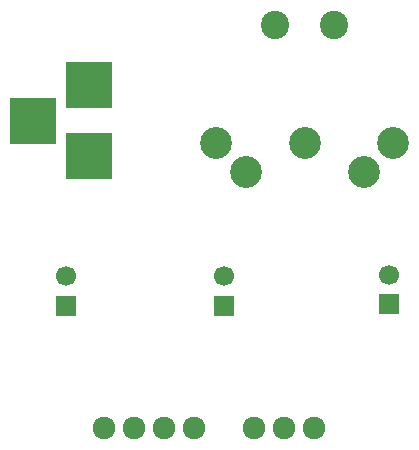
<source format=gbs>
G04 #@! TF.FileFunction,Soldermask,Bot*
%FSLAX46Y46*%
G04 Gerber Fmt 4.6, Leading zero omitted, Abs format (unit mm)*
G04 Created by KiCad (PCBNEW 4.0.2-stable) date Wednesday, June 01, 2016 'PMt' 05:28:17 PM*
%MOMM*%
G01*
G04 APERTURE LIST*
%ADD10C,0.100000*%
%ADD11R,3.900120X3.900120*%
%ADD12C,2.700000*%
%ADD13C,2.400000*%
%ADD14C,1.924000*%
%ADD15C,1.700000*%
%ADD16R,1.700000X1.700000*%
G04 APERTURE END LIST*
D10*
D11*
X139065000Y-79860140D03*
X139065000Y-73860660D03*
X134366000Y-76860400D03*
D12*
X162360000Y-81240000D03*
D13*
X154860000Y-68740000D03*
D12*
X164860000Y-78740000D03*
X157360000Y-78740000D03*
X149860000Y-78740000D03*
X152360000Y-81240000D03*
D13*
X159860000Y-68740000D03*
D14*
X158115000Y-102870000D03*
X155575000Y-102870000D03*
X153035000Y-102870000D03*
X147955000Y-102870000D03*
X145415000Y-102870000D03*
X142875000Y-102870000D03*
X140335000Y-102870000D03*
D15*
X137160000Y-90040000D03*
D16*
X137160000Y-92540000D03*
D15*
X150495000Y-90040000D03*
D16*
X150495000Y-92540000D03*
D15*
X164465000Y-89900000D03*
D16*
X164465000Y-92400000D03*
M02*

</source>
